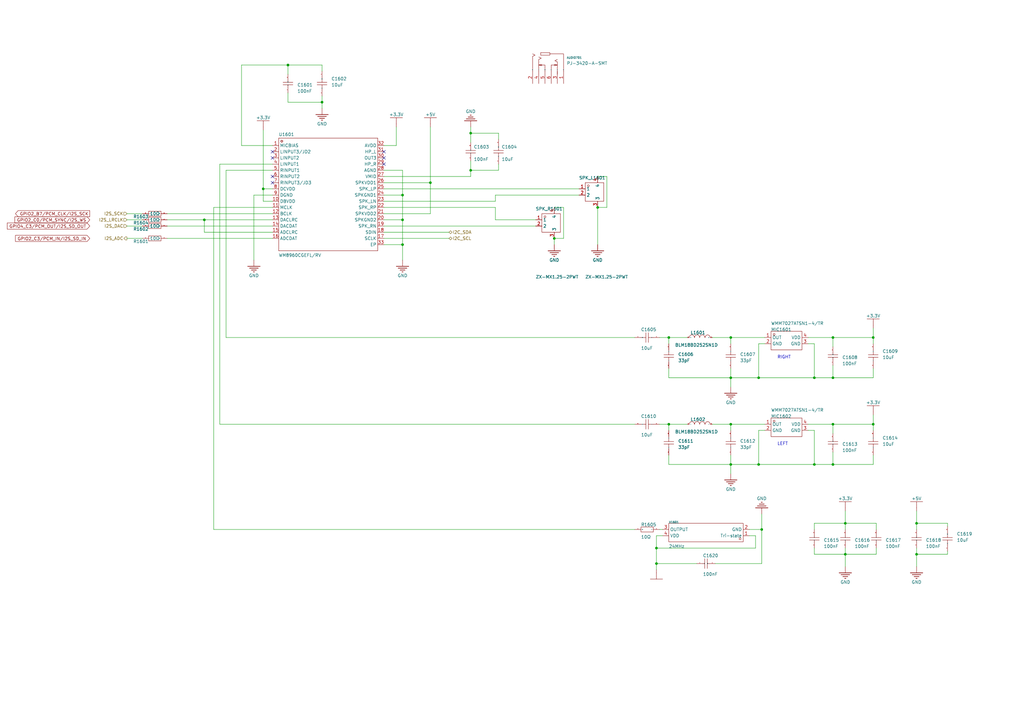
<source format=kicad_sch>
(kicad_sch (version 20250114) (generator "eeschema") (generator_version "9.0")
  (paper "A3")
  (title_block (date "2025-02-21"))
  (lib_symbols
    (symbol "mainboard:0402B104K250NT"
      (property "Reference" "C" (at 0 0 0))
      (symbol "0402B104K250NT_1_0"
        (pin input line (at -3.81 0 0) (length 2.54) (name "1") (number "1"))
        (pin input line (at 3.81 0 180) (length 2.54) (name "2") (number "2"))
      )
    )
    (symbol "mainboard:0603CG330J500NT"
      (property "Reference" "C" (at 0 0 0))
      (symbol "0603CG330J500NT_1_0"
        (pin unspecified line (at -5.08 0 0) (length 2.54) (name "1") (number "1"))
        (pin unspecified line (at 5.08 0 180) (length 2.54) (name "2") (number "2"))
      )
    )
    (symbol "mainboard:0603WAF100JT5E"
      (property "Reference" "R" (at 0 0 0))
      (symbol "0603WAF100JT5E_1_0"
        (pin input line (at -5.08 0 0) (length 2.54) (name "1") (number "1"))
        (pin input line (at 5.08 0 180) (length 2.54) (name "2") (number "2"))
      )
    )
    (symbol "mainboard:BLM18BD252SN1D"
      (property "Reference" "L" (at 0 0 0))
      (symbol "BLM18BD252SN1D_1_0"
        (pin input line (at -5.08 0 0) (length 0.762) (name "1") (number "1"))
        (pin input line (at 5.08 0 180) (length 0.762) (name "2") (number "2"))
      )
    )
    (symbol "mainboard:CL10A106MA8NRNC"
      (property "Reference" "C" (at 0 0 0))
      (symbol "CL10A106MA8NRNC_1_0"
        (pin input line (at -5.08 0 0) (length 2.54) (name "1") (number "1"))
        (pin input line (at 5.08 0 180) (length 2.54) (name "2") (number "2"))
      )
    )
    (symbol "mainboard:Ground-GND" (power) (pin_numbers (hide yes)) (pin_names (hide yes))
      (property "Value" "GND" (at 0 -6.35 0))
      (symbol "Ground-GND_1_0"
        (pin power_in line (at 0 0 270) (length 2.54) (name "") (number "1"))
      )
    )
    (symbol "mainboard:OT322524MJBA4SL"
      (property "Reference" "X" (at 0 0 0))
      (symbol "OT322524MJBA4SL_1_0"
        (pin input line (at -17.78 1.27 0) (length 2.54) (name "Tri-state") (number "1"))
        (pin input line (at -17.78 -1.27 0) (length 2.54) (name "GND") (number "2"))
        (pin input line (at 17.78 1.27 180) (length 2.54) (name "VDD") (number "4"))
        (pin input line (at 17.78 -1.27 180) (length 2.54) (name "OUTPUT") (number "3"))
      )
    )
    (symbol "mainboard:PJ-3537-X"
      (property "Reference" "AUDIO" (at 0 0 0))
      (symbol "PJ-3537-X_1_0"
        (pin input line (at 5.08 7.62 180) (length 5.08) (name "1") (number "1"))
        (pin input line (at 5.08 5.08 180) (length 5.08) (name "3") (number "3"))
        (pin input line (at 5.08 2.54 180) (length 5.08) (name "6") (number "6"))
        (pin input line (at 5.08 0 180) (length 5.08) (name "5") (number "5"))
        (pin input line (at 5.08 -2.54 180) (length 5.08) (name "4") (number "4"))
        (pin input line (at 5.08 -5.08 180) (length 5.08) (name "2") (number "2"))
      )
    )
    (symbol "mainboard:Power-5V" (power) (pin_numbers (hide yes)) (pin_names (hide yes))
      (symbol "Power-5V_1_0"
        (pin power_in line (at 0 0 90) (length 1.27) (name "") (number "1"))
      )
    )
    (symbol "mainboard:WM8960CGEFL/RV"
      (property "Reference" "U" (at 0 0 0))
      (symbol "WM8960CGEFL/RV_1_0"
        (pin unspecified line (at -22.86 19.05 0) (length 2.54) (name "MICBIAS") (number "1"))
        (pin unspecified line (at -22.86 16.51 0) (length 2.54) (name "LINPUT3/JD2") (number "2"))
        (pin unspecified line (at -22.86 13.97 0) (length 2.54) (name "LINPUT2") (number "3"))
        (pin unspecified line (at -22.86 11.43 0) (length 2.54) (name "LINPUT1") (number "4"))
        (pin unspecified line (at -22.86 8.89 0) (length 2.54) (name "RINPUT1") (number "5"))
        (pin unspecified line (at -22.86 6.35 0) (length 2.54) (name "RINPUT2") (number "6"))
        (pin unspecified line (at -22.86 3.81 0) (length 2.54) (name "RINPUT3/JD3") (number "7"))
        (pin unspecified line (at -22.86 1.27 0) (length 2.54) (name "DCVDD") (number "8"))
        (pin unspecified line (at -22.86 -1.27 0) (length 2.54) (name "DGND") (number "9"))
        (pin unspecified line (at -22.86 -3.81 0) (length 2.54) (name "DBVDD") (number "10"))
        (pin unspecified line (at -22.86 -6.35 0) (length 2.54) (name "MCLK") (number "11"))
        (pin unspecified line (at -22.86 -8.89 0) (length 2.54) (name "BCLK") (number "12"))
        (pin unspecified line (at -22.86 -11.43 0) (length 2.54) (name "DACLRC") (number "13"))
        (pin unspecified line (at -22.86 -13.97 0) (length 2.54) (name "DACDAT") (number "14"))
        (pin unspecified line (at -22.86 -16.51 0) (length 2.54) (name "ADCLRC") (number "15"))
        (pin unspecified line (at -22.86 -19.05 0) (length 2.54) (name "ADCDAT") (number "16"))
        (pin unspecified line (at 22.86 19.05 180) (length 2.54) (name "AVDD") (number "32"))
        (pin unspecified line (at 22.86 16.51 180) (length 2.54) (name "HP_L") (number "31"))
        (pin unspecified line (at 22.86 13.97 180) (length 2.54) (name "OUT3") (number "30"))
        (pin unspecified line (at 22.86 11.43 180) (length 2.54) (name "HP_R") (number "29"))
        (pin unspecified line (at 22.86 8.89 180) (length 2.54) (name "AGND") (number "28"))
        (pin unspecified line (at 22.86 6.35 180) (length 2.54) (name "VMID") (number "27"))
        (pin unspecified line (at 22.86 3.81 180) (length 2.54) (name "SPKVDD1") (number "26"))
        (pin unspecified line (at 22.86 1.27 180) (length 2.54) (name "SPK_LP") (number "25"))
        (pin unspecified line (at 22.86 -1.27 180) (length 2.54) (name "SPKGND1") (number "24"))
        (pin unspecified line (at 22.86 -3.81 180) (length 2.54) (name "SPK_LN") (number "23"))
        (pin unspecified line (at 22.86 -6.35 180) (length 2.54) (name "SPK_RP") (number "22"))
        (pin unspecified line (at 22.86 -8.89 180) (length 2.54) (name "SPKVDD2") (number "21"))
        (pin unspecified line (at 22.86 -11.43 180) (length 2.54) (name "SPKGND2") (number "20"))
        (pin unspecified line (at 22.86 -13.97 180) (length 2.54) (name "SPK_RN") (number "19"))
        (pin unspecified line (at 22.86 -16.51 180) (length 2.54) (name "SDIN") (number "18"))
        (pin unspecified line (at 22.86 -19.05 180) (length 2.54) (name "SCLK") (number "17"))
        (pin unspecified line (at 22.86 -21.59 180) (length 2.54) (name "EP") (number "33"))
      )
    )
    (symbol "mainboard:WMM7027ATSN1-4/TR"
      (property "Reference" "MIC" (at 0 0 0))
      (symbol "WMM7027ATSN1-4/TR_1_0"
        (pin unspecified line (at -8.89 1.27 0) (length 2.54) (name "OUT") (number "1"))
        (pin unspecified line (at -8.89 -1.27 0) (length 2.54) (name "GND") (number "2"))
        (pin unspecified line (at 8.89 1.27 180) (length 2.54) (name "VDD") (number "4"))
        (pin unspecified line (at 8.89 -1.27 180) (length 2.54) (name "GND") (number "3"))
      )
    )
    (symbol "mainboard:ZX-MX1.25-2PWT"
      (property "Reference" "U" (at 0 0 0))
      (symbol "ZX-MX1.25-2PWT_1_0"
        (pin unspecified line (at -5.08 2.54 0) (length 2.54) (name "1") (number "1"))
        (pin unspecified line (at -5.08 0 0) (length 2.54) (name "2") (number "2"))
        (pin unspecified line (at 2.54 7.62 270) (length 2.54) (name "4") (number "4"))
        (pin unspecified line (at 2.54 -5.08 90) (length 2.54) (name "3") (number "3"))
      )
    )
  )
  (text "RIGHT" (at 318.77 147.32 0) (effects (font (size 1.27 1.27)) (justify left bottom)))
  (text "LEFT" (at 318.77 182.88 0) (effects (font (size 1.27 1.27)) (justify left bottom)))
  (junction (at 312.42 217.17))
  (junction (at 358.14 138.43))
  (junction (at 227.33 97.79))
  (junction (at 299.72 173.99))
  (junction (at 176.53 74.93))
  (junction (at 334.01 154.94))
  (junction (at 341.63 138.43))
  (junction (at 83.82 90.17))
  (junction (at 311.15 190.5))
  (junction (at 375.92 227.33))
  (junction (at 341.63 154.94))
  (junction (at 375.92 214.63))
  (junction (at 193.04 54.61))
  (junction (at 341.63 190.5))
  (junction (at 299.72 154.94))
  (junction (at 118.11 26.67))
  (junction (at 269.24 231.14))
  (junction (at 193.04 69.85))
  (junction (at 299.72 138.43))
  (junction (at 274.32 138.43))
  (junction (at 358.14 173.99))
  (junction (at 269.24 224.79))
  (junction (at 165.1 90.17))
  (junction (at 107.95 77.47))
  (junction (at 274.32 173.99))
  (junction (at 311.15 154.94))
  (junction (at 299.72 190.5))
  (junction (at 346.71 214.63))
  (junction (at 132.08 41.91))
  (junction (at 334.01 190.5))
  (junction (at 341.63 173.99))
  (junction (at 165.1 80.01))
  (junction (at 165.1 100.33))
  (junction (at 245.11 85.09))
  (junction (at 346.71 227.33))
  (no_connect (at 157.48 62.23))
  (no_connect (at 157.48 67.31))
  (no_connect (at 157.48 64.77))
  (no_connect (at 111.76 72.39))
  (no_connect (at 111.76 62.23))
  (no_connect (at 111.76 64.77))
  (no_connect (at 111.76 74.93))
  (wire (pts (xy 375.92 224.79) (xy 375.92 227.33)))
  (wire (pts (xy 107.95 53.34) (xy 107.95 77.47)))
  (wire (pts (xy 270.51 138.43) (xy 274.32 138.43)))
  (wire (pts (xy 274.32 186.69) (xy 274.32 190.5)))
  (wire (pts (xy 99.06 26.67) (xy 99.06 59.69)))
  (wire (pts (xy 358.14 138.43) (xy 341.63 138.43)))
  (wire (pts (xy 83.82 90.17) (xy 83.82 95.25)))
  (wire (pts (xy 358.14 176.53) (xy 358.14 173.99)))
  (wire (pts (xy 118.11 26.67) (xy 99.06 26.67)))
  (wire (pts (xy 341.63 190.5) (xy 334.01 190.5)))
  (wire (pts (xy 270.51 173.99) (xy 274.32 173.99)))
  (wire (pts (xy 132.08 39.37) (xy 132.08 41.91)))
  (wire (pts (xy 341.63 138.43) (xy 341.63 142.24)))
  (wire (pts (xy 312.42 210.82) (xy 312.42 217.17)))
  (wire (pts (xy 358.14 154.94) (xy 358.14 151.13)))
  (wire (pts (xy 346.71 227.33) (xy 346.71 224.79)))
  (wire (pts (xy 269.24 224.79) (xy 309.88 224.79)))
  (wire (pts (xy 375.92 209.55) (xy 375.92 214.63)))
  (wire (pts (xy 358.14 138.43) (xy 358.14 134.62)))
  (wire (pts (xy 111.76 59.69) (xy 99.06 59.69)))
  (wire (pts (xy 90.17 173.99) (xy 260.35 173.99)))
  (wire (pts (xy 358.14 140.97) (xy 358.14 138.43)))
  (wire (pts (xy 299.72 173.99) (xy 292.1 173.99)))
  (wire (pts (xy 231.14 85.09) (xy 227.33 85.09)))
  (wire (pts (xy 313.69 176.53) (xy 311.15 176.53)))
  (wire (pts (xy 162.56 52.07) (xy 162.56 59.69)))
  (wire (pts (xy 204.47 57.15) (xy 204.47 54.61)))
  (wire (pts (xy 245.11 85.09) (xy 248.92 85.09)))
  (wire (pts (xy 193.04 69.85) (xy 193.04 66.04)))
  (wire (pts (xy 341.63 154.94) (xy 358.14 154.94)))
  (wire (pts (xy 165.1 80.01) (xy 165.1 69.85)))
  (wire (pts (xy 334.01 176.53) (xy 334.01 190.5)))
  (wire (pts (xy 111.76 67.31) (xy 90.17 67.31)))
  (wire (pts (xy 269.24 224.79) (xy 269.24 219.71)))
  (wire (pts (xy 203.2 80.01) (xy 203.2 82.55)))
  (wire (pts (xy 219.71 90.17) (xy 203.2 90.17)))
  (wire (pts (xy 312.42 217.17) (xy 312.42 231.14)))
  (wire (pts (xy 299.72 173.99) (xy 299.72 176.53)))
  (wire (pts (xy 176.53 74.93) (xy 176.53 87.63)))
  (wire (pts (xy 359.41 224.79) (xy 359.41 227.33)))
  (wire (pts (xy 68.58 87.63) (xy 111.76 87.63)))
  (wire (pts (xy 299.72 190.5) (xy 299.72 186.69)))
  (wire (pts (xy 388.62 226.06) (xy 388.62 227.33)))
  (wire (pts (xy 334.01 154.94) (xy 334.01 140.97)))
  (wire (pts (xy 68.58 92.71) (xy 111.76 92.71)))
  (wire (pts (xy 281.94 173.99) (xy 274.32 173.99)))
  (wire (pts (xy 52.07 90.17) (xy 58.42 90.17)))
  (wire (pts (xy 176.53 74.93) (xy 176.53 52.07)))
  (wire (pts (xy 157.48 80.01) (xy 165.1 80.01)))
  (wire (pts (xy 237.49 80.01) (xy 203.2 80.01)))
  (wire (pts (xy 346.71 217.17) (xy 346.71 214.63)))
  (wire (pts (xy 157.48 74.93) (xy 176.53 74.93)))
  (wire (pts (xy 311.15 154.94) (xy 311.15 140.97)))
  (wire (pts (xy 193.04 72.39) (xy 193.04 69.85)))
  (wire (pts (xy 92.71 138.43) (xy 92.71 69.85)))
  (wire (pts (xy 204.47 67.31) (xy 204.47 69.85)))
  (wire (pts (xy 388.62 214.63) (xy 375.92 214.63)))
  (wire (pts (xy 157.48 90.17) (xy 165.1 90.17)))
  (wire (pts (xy 107.95 82.55) (xy 111.76 82.55)))
  (wire (pts (xy 358.14 173.99) (xy 341.63 173.99)))
  (wire (pts (xy 269.24 233.68) (xy 269.24 231.14)))
  (wire (pts (xy 219.71 92.71) (xy 157.48 92.71)))
  (wire (pts (xy 285.75 231.14) (xy 269.24 231.14)))
  (wire (pts (xy 375.92 232.41) (xy 375.92 227.33)))
  (wire (pts (xy 162.56 59.69) (xy 157.48 59.69)))
  (wire (pts (xy 52.07 97.79) (xy 58.42 97.79)))
  (wire (pts (xy 299.72 154.94) (xy 299.72 151.13)))
  (wire (pts (xy 111.76 80.01) (xy 104.14 80.01)))
  (wire (pts (xy 375.92 227.33) (xy 388.62 227.33)))
  (wire (pts (xy 203.2 85.09) (xy 203.2 90.17)))
  (wire (pts (xy 331.47 176.53) (xy 334.01 176.53)))
  (wire (pts (xy 107.95 77.47) (xy 107.95 82.55)))
  (wire (pts (xy 204.47 54.61) (xy 193.04 54.61)))
  (wire (pts (xy 157.48 95.25) (xy 184.15 95.25)))
  (wire (pts (xy 118.11 41.91) (xy 118.11 38.1)))
  (wire (pts (xy 299.72 138.43) (xy 292.1 138.43)))
  (wire (pts (xy 193.04 72.39) (xy 157.48 72.39)))
  (wire (pts (xy 231.14 85.09) (xy 231.14 97.79)))
  (wire (pts (xy 334.01 224.79) (xy 334.01 227.33)))
  (wire (pts (xy 87.63 85.09) (xy 111.76 85.09)))
  (wire (pts (xy 341.63 173.99) (xy 341.63 177.8)))
  (wire (pts (xy 132.08 26.67) (xy 118.11 26.67)))
  (wire (pts (xy 358.14 186.69) (xy 358.14 190.5)))
  (wire (pts (xy 341.63 154.94) (xy 334.01 154.94)))
  (wire (pts (xy 248.92 85.09) (xy 248.92 72.39)))
  (wire (pts (xy 90.17 67.31) (xy 90.17 173.99)))
  (wire (pts (xy 299.72 154.94) (xy 311.15 154.94)))
  (wire (pts (xy 193.04 58.42) (xy 193.04 54.61)))
  (wire (pts (xy 341.63 154.94) (xy 341.63 149.86)))
  (wire (pts (xy 176.53 87.63) (xy 157.48 87.63)))
  (wire (pts (xy 165.1 100.33) (xy 165.1 106.68)))
  (wire (pts (xy 274.32 138.43) (xy 281.94 138.43)))
  (wire (pts (xy 358.14 173.99) (xy 358.14 170.18)))
  (wire (pts (xy 92.71 138.43) (xy 260.35 138.43)))
  (wire (pts (xy 132.08 41.91) (xy 132.08 44.45)))
  (wire (pts (xy 299.72 158.75) (xy 299.72 154.94)))
  (wire (pts (xy 104.14 80.01) (xy 104.14 106.68)))
  (wire (pts (xy 237.49 77.47) (xy 157.48 77.47)))
  (wire (pts (xy 309.88 219.71) (xy 307.34 219.71)))
  (wire (pts (xy 68.58 97.79) (xy 111.76 97.79)))
  (wire (pts (xy 309.88 224.79) (xy 309.88 219.71)))
  (wire (pts (xy 271.78 217.17) (xy 270.51 217.17)))
  (wire (pts (xy 346.71 214.63) (xy 346.71 209.55)))
  (wire (pts (xy 313.69 138.43) (xy 299.72 138.43)))
  (wire (pts (xy 346.71 232.41) (xy 346.71 227.33)))
  (wire (pts (xy 204.47 69.85) (xy 193.04 69.85)))
  (wire (pts (xy 87.63 217.17) (xy 87.63 85.09)))
  (wire (pts (xy 227.33 97.79) (xy 231.14 97.79)))
  (wire (pts (xy 165.1 90.17) (xy 165.1 100.33)))
  (wire (pts (xy 203.2 85.09) (xy 157.48 85.09)))
  (wire (pts (xy 248.92 72.39) (xy 245.11 72.39)))
  (wire (pts (xy 157.48 100.33) (xy 165.1 100.33)))
  (wire (pts (xy 311.15 190.5) (xy 299.72 190.5)))
  (wire (pts (xy 274.32 190.5) (xy 299.72 190.5)))
  (wire (pts (xy 299.72 138.43) (xy 299.72 140.97)))
  (wire (pts (xy 334.01 190.5) (xy 311.15 190.5)))
  (wire (pts (xy 334.01 217.17) (xy 334.01 214.63)))
  (wire (pts (xy 132.08 26.67) (xy 132.08 29.21)))
  (wire (pts (xy 83.82 95.25) (xy 111.76 95.25)))
  (wire (pts (xy 227.33 97.79) (xy 227.33 100.33)))
  (wire (pts (xy 359.41 217.17) (xy 359.41 214.63)))
  (wire (pts (xy 52.07 87.63) (xy 58.42 87.63)))
  (wire (pts (xy 341.63 173.99) (xy 331.47 173.99)))
  (wire (pts (xy 293.37 231.14) (xy 312.42 231.14)))
  (wire (pts (xy 299.72 190.5) (xy 299.72 194.31)))
  (wire (pts (xy 118.11 26.67) (xy 118.11 30.48)))
  (wire (pts (xy 203.2 82.55) (xy 157.48 82.55)))
  (wire (pts (xy 311.15 140.97) (xy 313.69 140.97)))
  (wire (pts (xy 274.32 173.99) (xy 274.32 176.53)))
  (wire (pts (xy 271.78 219.71) (xy 269.24 219.71)))
  (wire (pts (xy 157.48 97.79) (xy 184.15 97.79)))
  (wire (pts (xy 83.82 90.17) (xy 111.76 90.17)))
  (wire (pts (xy 311.15 154.94) (xy 334.01 154.94)))
  (wire (pts (xy 359.41 214.63) (xy 346.71 214.63)))
  (wire (pts (xy 334.01 214.63) (xy 346.71 214.63)))
  (wire (pts (xy 313.69 173.99) (xy 299.72 173.99)))
  (wire (pts (xy 311.15 176.53) (xy 311.15 190.5)))
  (wire (pts (xy 260.35 217.17) (xy 87.63 217.17)))
  (wire (pts (xy 165.1 80.01) (xy 165.1 90.17)))
  (wire (pts (xy 165.1 69.85) (xy 157.48 69.85)))
  (wire (pts (xy 111.76 77.47) (xy 107.95 77.47)))
  (wire (pts (xy 331.47 140.97) (xy 334.01 140.97)))
  (wire (pts (xy 269.24 231.14) (xy 269.24 224.79)))
  (wire (pts (xy 111.76 69.85) (xy 92.71 69.85)))
  (wire (pts (xy 274.32 154.94) (xy 299.72 154.94)))
  (wire (pts (xy 358.14 190.5) (xy 341.63 190.5)))
  (wire (pts (xy 274.32 154.94) (xy 274.32 151.13)))
  (wire (pts (xy 341.63 185.42) (xy 341.63 190.5)))
  (wire (pts (xy 334.01 227.33) (xy 346.71 227.33)))
  (wire (pts (xy 68.58 90.17) (xy 83.82 90.17)))
  (wire (pts (xy 341.63 138.43) (xy 331.47 138.43)))
  (wire (pts (xy 132.08 41.91) (xy 118.11 41.91)))
  (wire (pts (xy 388.62 215.9) (xy 388.62 214.63)))
  (wire (pts (xy 312.42 217.17) (xy 307.34 217.17)))
  (wire (pts (xy 245.11 85.09) (xy 245.11 100.33)))
  (wire (pts (xy 274.32 140.97) (xy 274.32 138.43)))
  (wire (pts (xy 375.92 214.63) (xy 375.92 217.17)))
  (wire (pts (xy 52.07 92.71) (xy 58.42 92.71)))
  (wire (pts (xy 193.04 54.61) (xy 193.04 52.07)))
  (wire (pts (xy 359.41 227.33) (xy 346.71 227.33)))
  (global_label "GPIO2_B7/PCM_CLK/I2S_SCK" (shape output) (at 36.83 87.63 180) (property "Intersheetrefs" "${INTERSHEET_REFS}" (effects (hide yes))))
  (global_label "GPIO2_C0/PCM_SYNC/I2S_WS" (shape input) (at 36.83 90.17 180) (property "Intersheetrefs" "${INTERSHEET_REFS}" (effects (hide yes))))
  (global_label "GPIO2_C3/PCM_IN/I2S_SD_IN" (shape input) (at 36.83 97.79 180) (property "Intersheetrefs" "${INTERSHEET_REFS}" (effects (hide yes))))
  (global_label "GPIO4_C3/PCM_OUT/I2S_SD_OUT" (shape input) (at 36.83 92.71 180) (property "Intersheetrefs" "${INTERSHEET_REFS}" (effects (hide yes))))
  (hierarchical_label "I2S_LRCLK" (shape input) (at 52.07 90.17 180))
  (hierarchical_label "I2S_ADC" (shape output) (at 52.07 97.79 180))
  (hierarchical_label "I2C_SDA" (shape bidirectional) (at 184.15 95.25 0))
  (hierarchical_label "I2C_SCL" (shape bidirectional) (at 184.15 97.79 0))
  (hierarchical_label "I2S_DAC" (shape input) (at 52.07 92.71 180))
  (hierarchical_label "I2S_SCK" (shape input) (at 52.07 87.63 180))
  (symbol (lib_id "mainboard:0402B104K250NT") (at 341.63 146.05 90) (unit 1)
    (property "Reference" "C1608" (at 345.44 147.32 90) (effects (justify right top)))
    (property "Value" "100nF" (at 345.44 149.86 90) (effects (justify right top)))
    (property "Footprint" "mainboard:C0402" (effects (hide yes)))
    (property "Datasheet" "https://atta.szlcsc.com/upload/public/pdf/source/20200305/C486355_26A10D38EF8C2A5C37091D0039909270.pdf" (effects (hide yes)))
    (property "Description" "Capacitance:100nF Tolerance:±10% Tolerance:±10% Voltage Rated: Temperature Coefficient:" (effects (hide yes)))
    (property "Manufacturer Part" "0402B104K250NT" (effects (hide yes)))
    (property "Manufacturer" "FH(风华)" (effects (hide yes)))
    (property "Supplier Part" "C56392" (effects (hide yes)))
    (property "Supplier" "LCSC" (effects (hide yes)))
    (property "LCSC Part Name" "100nF ±10% 25V" (effects (hide yes)))
  )
  (symbol (lib_id "mainboard:BLM18BD252SN1D") (at 287.02 138.43 0) (unit 1)
    (property "Reference" "L1601" (at 283.21 137.16 0) (effects (justify left bottom)))
    (property "Value" "BLM18BD252SN1D" (at 276.86 142.24 0) (effects (justify left bottom)))
    (property "Footprint" "mainboard:L0603" (effects (hide yes)))
    (property "Datasheet" "https://atta.szlcsc.com/upload/public/pdf/source/20170721/C87063_1500619398878834175.pdf" (effects (hide yes)))
    (property "Description" "Impedance @ Frequency:2.5kΩ@100MHz Tolerance:±25% Tolerance:±25% DC Resistance:1.5Ω Current Rating:150mA Circuits:1" (effects (hide yes)))
    (property "Manufacturer Part" "BLM18BD252SN1D" (effects (hide yes)))
    (property "Manufacturer" "muRata(村田)" (effects (hide yes)))
    (property "Supplier Part" "C77668" (effects (hide yes)))
    (property "Supplier" "LCSC" (effects (hide yes)))
    (property "LCSC Part Name" "单路 0603磁珠 阻抗2.5kΩ@100MHz" (effects (hide yes)))
  )
  (symbol (lib_id "mainboard:0402B104K250NT") (at 346.71 220.98 90) (unit 1)
    (property "Reference" "C1616" (at 350.52 222.25 90) (effects (justify right top)))
    (property "Value" "100nF" (at 350.52 224.79 90) (effects (justify right top)))
    (property "Footprint" "mainboard:C0402" (effects (hide yes)))
    (property "Datasheet" "https://atta.szlcsc.com/upload/public/pdf/source/20200305/C486355_26A10D38EF8C2A5C37091D0039909270.pdf" (effects (hide yes)))
    (property "Description" "Capacitance:100nF Tolerance:±10% Tolerance:±10% Voltage Rated: Temperature Coefficient:" (effects (hide yes)))
    (property "Manufacturer Part" "0402B104K250NT" (effects (hide yes)))
    (property "Manufacturer" "FH(风华)" (effects (hide yes)))
    (property "Supplier Part" "C56392" (effects (hide yes)))
    (property "Supplier" "LCSC" (effects (hide yes)))
    (property "LCSC Part Name" "100nF ±10% 25V" (effects (hide yes)))
  )
  (symbol (lib_id "mainboard:Power-5V") (at 269.24 233.68 180) (unit 1)
    (property "Reference" "#PWR01619" (effects (hide yes)))
    (property "Value" "+3.3V" (effects (hide yes)))
    (property "Footprint" "mainboard:" (effects (hide yes)))
    (property "Description" "Power-5V" (effects (hide yes)))
  )
  (symbol (lib_id "mainboard:CL10A106MA8NRNC") (at 388.62 220.98 90) (unit 1)
    (property "Reference" "C1619" (at 392.43 219.71 90) (effects (justify right top)))
    (property "Value" "10uF" (at 392.43 222.25 90) (effects (justify right top)))
    (property "Footprint" "mainboard:C0603" (effects (hide yes)))
    (property "Datasheet" "https://atta.szlcsc.com/upload/public/pdf/source/20160218/1457707763339.pdf" (effects (hide yes)))
    (property "Description" "Capacitance: Tolerance:±20% Tolerance:±20% Voltage Rated: Temperature Coefficient:" (effects (hide yes)))
    (property "Manufacturer Part" "CL10A106MA8NRNC" (effects (hide yes)))
    (property "Manufacturer" "SAMSUNG(三星)" (effects (hide yes)))
    (property "Supplier Part" "C96446" (effects (hide yes)))
    (property "Supplier" "LCSC" (effects (hide yes)))
    (property "LCSC Part Name" "10uF ±20% 25V" (effects (hide yes)))
  )
  (symbol (lib_id "mainboard:PJ-3537-X") (at 223.52 29.21 270) (unit 1)
    (property "Reference" "AUDIO701" (at 232.41 24.13 90) (effects (font (size 0.8382 0.8382)) (justify left bottom)))
    (property "Value" "PJ-3420-A-SMT" (at 232.41 26.67 90) (effects (justify left bottom)))
    (property "Footprint" "mainboard:AUDIO-SMD_PJ-3420-A-SMT_C319102" (effects (hide yes)))
    (property "Datasheet" "https://atta.szlcsc.com/upload/public/pdf/source/20211015/FA11597DF53DC331FB6A72D64BA50234.pdf" (effects (hide yes)))
    (property "Description" "Connector Type:3.5mm耳机座 Current Rating (Max):500mA Voltage Rating (Max):30V Operating Temperature Range:-20°C~+70°C Operating Temperature Range:-20°C~+70°C Soldering Temperature(Max):235°C" (effects (hide yes)))
    (property "Manufacturer Part" "PJ-3420-A-SMT" (effects (hide yes)))
    (property "Manufacturer" "XKB Connectivity(中国星坤)" (effects (hide yes)))
    (property "Supplier Part" "C319102" (effects (hide yes)))
    (property "Supplier" "LCSC" (effects (hide yes)))
    (property "LCSC Part Name" "3.5mm耳机座" (effects (hide yes)))
  )
  (symbol (lib_id "mainboard:0603CG330J500NT") (at 274.32 146.05 90) (unit 1)
    (property "Reference" "C1606" (at 278.13 146.05 90) (effects (justify right top)))
    (property "Value" "33pF" (at 278.13 148.59 90) (effects (justify right top)))
    (property "Footprint" "mainboard:C0603" (effects (hide yes)))
    (property "Datasheet" "https://atta.szlcsc.com/upload/public/pdf/source/20200305/C486355_26A10D38EF8C2A5C37091D0039909270.pdf" (effects (hide yes)))
    (property "Description" "Capacitance: Tolerance:±5% Tolerance:±5% Voltage Rated: Temperature Coefficient:" (effects (hide yes)))
    (property "Manufacturer Part" "0603CG330J500NT" (effects (hide yes)))
    (property "Manufacturer" "FH(风华)" (effects (hide yes)))
    (property "Supplier Part" "C91368" (effects (hide yes)))
    (property "Supplier" "LCSC" (effects (hide yes)))
    (property "LCSC Part Name" "33pF ±5% 50V" (effects (hide yes)))
  )
  (symbol (lib_id "mainboard:Power-5V") (at 346.71 209.55 0) (unit 1)
    (property "Reference" "#PWR01614" (effects (hide yes)))
    (property "Value" "+3.3V" (at 346.71 204.47 0))
    (property "Footprint" "mainboard:" (effects (hide yes)))
    (property "Description" "Power-5V" (effects (hide yes)))
  )
  (symbol (lib_id "mainboard:Ground-GND") (at 299.72 158.75 0) (unit 1)
    (property "Reference" "#PWR01611" (effects (hide yes)))
    (property "Value" "GND" (at 299.72 165.1 0))
    (property "Footprint" "mainboard:" (effects (hide yes)))
  )
  (symbol (lib_id "mainboard:0603WAF100JT5E") (at 265.43 217.17 180) (unit 1)
    (property "Reference" "R1605" (at 262.89 215.9 0) (effects (justify right top)))
    (property "Value" "10Ω" (at 262.89 220.98 0) (effects (justify right top)))
    (property "Footprint" "mainboard:R0603" (effects (hide yes)))
    (property "Datasheet" "https://atta.szlcsc.com/upload/public/pdf/source/20200306/C422600_1E6D84923E4A46A82E41ADD87F860B5C.pdf" (effects (hide yes)))
    (property "Description" "Type:Thick Film Resistors Resistance:10Ω Tolerance:±1% Tolerance:±1% Power(Watts): Overload Voltage (Max): Temperature Coefficient:±400ppm/°C Temperature Coefficient:±400ppm/°C Operating Temperature Range:-55°C~+155°C Operating Temperature Range:-55°C~+155°C" (effects (hide yes)))
    (property "Manufacturer Part" "0603WAF100JT5E" (effects (hide yes)))
    (property "Manufacturer" "UNI-ROYAL(厚声)" (effects (hide yes)))
    (property "Supplier Part" "C22859" (effects (hide yes)))
    (property "Supplier" "LCSC" (effects (hide yes)))
    (property "LCSC Part Name" "10Ω ±1% 100mW 厚膜电阻" (effects (hide yes)))
  )
  (symbol (lib_id "mainboard:Power-5V") (at 358.14 134.62 0) (unit 1)
    (property "Reference" "#PWR01610" (effects (hide yes)))
    (property "Value" "+3.3V" (at 358.14 129.54 0))
    (property "Footprint" "mainboard:" (effects (hide yes)))
    (property "Description" "Power-5V" (effects (hide yes)))
  )
  (symbol (lib_id "mainboard:Ground-GND") (at 165.1 106.68 0) (unit 1)
    (property "Reference" "#PWR01609" (effects (hide yes)))
    (property "Value" "GND" (at 165.1 113.03 0))
    (property "Footprint" "mainboard:" (effects (hide yes)))
  )
  (symbol (lib_id "mainboard:ZX-MX1.25-2PWT") (at 224.79 92.71 0) (unit 1)
    (property "Reference" "SPK_R1601" (at 219.71 86.36 0) (effects (justify left bottom)))
    (property "Value" "ZX-MX1.25-2PWT" (at 219.71 114.3 0) (effects (justify left bottom)))
    (property "Footprint" "mainboard:CONN-SMD_2P-P1.25_MEGASTAR_ZX-MX1.25-2PWT" (effects (hide yes)))
    (property "Datasheet" "https://atta.szlcsc.com/upload/public/pdf/source/20230619/2BD294665F872DB10EDB44FDEDF5F6D3.pdf" (effects (hide yes)))
    (property "Description" "Pins Structure:1x2P Pitch:1.25mm Mounting Style:Horizontal attachment Reference Series:PicoBlade(MX 1.25) Number of Pins:2P Number of Rows:1 Number of PINs Per Row:2 Row Spacing:- Current Rating (Max):- Contact Material:Brass Contact Plating:Tin Operating" (effects (hide yes)))
    (property "Manufacturer Part" "ZX-MX1.25-2PWT" (effects (hide yes)))
    (property "Manufacturer" "Megastar(兆星)" (effects (hide yes)))
    (property "Supplier Part" "C7430468" (effects (hide yes)))
    (property "Supplier" "LCSC" (effects (hide yes)))
    (property "LCSC Part Name" "1x2P 间距:1.25mm 卧贴 系列:PicoBlade(MX 1.25) 配套胶壳型号：ZX-MX1.25-2PJK 配套端子型号：ZX-MX1.25-DZ 配套杜邦线型号：ZX-MX1.25-2PBXC" (effects (hide yes)))
  )
  (symbol (lib_id "mainboard:0603WAF100JT5E") (at 63.5 90.17 0) (unit 1)
    (property "Reference" "R1604" (at 60.96 90.678 0) (effects (justify right top)))
    (property "Value" "10Ω" (at 63.5 90.17 0))
    (property "Footprint" "mainboard:R0603" (effects (hide yes)))
    (property "Datasheet" "https://atta.szlcsc.com/upload/public/pdf/source/20200306/C422600_1E6D84923E4A46A82E41ADD87F860B5C.pdf" (effects (hide yes)))
    (property "Description" "Type:Thick Film Resistors Resistance:10Ω Tolerance:±1% Tolerance:±1% Power(Watts): Overload Voltage (Max): Temperature Coefficient:±400ppm/°C Temperature Coefficient:±400ppm/°C Operating Temperature Range:-55°C~+155°C Operating Temperature Range:-55°C~+155°C" (effects (hide yes)))
    (property "Manufacturer Part" "0603WAF100JT5E" (effects (hide yes)))
    (property "Manufacturer" "UNI-ROYAL(厚声)" (effects (hide yes)))
    (property "Supplier Part" "C22859" (effects (hide yes)))
    (property "Supplier" "LCSC" (effects (hide yes)))
    (property "LCSC Part Name" "10Ω ±1% 100mW 厚膜电阻" (effects (hide yes)))
  )
  (symbol (lib_id "mainboard:Ground-GND") (at 193.04 52.07 180) (unit 1)
    (property "Reference" "#PWR01604" (effects (hide yes)))
    (property "Value" "GND" (at 193.04 45.72 0))
    (property "Footprint" "mainboard:" (effects (hide yes)))
  )
  (symbol (lib_id "mainboard:Ground-GND") (at 312.42 210.82 180) (unit 1)
    (property "Reference" "#PWR01616" (effects (hide yes)))
    (property "Value" "GND" (at 312.42 204.47 0))
    (property "Footprint" "mainboard:" (effects (hide yes)))
  )
  (symbol (lib_id "mainboard:ZX-MX1.25-2PWT") (at 242.57 80.01 0) (unit 1)
    (property "Reference" "SPK_L1601" (at 237.49 73.66 0) (effects (justify left bottom)))
    (property "Value" "ZX-MX1.25-2PWT" (at 240.03 114.3 0) (effects (justify left bottom)))
    (property "Footprint" "mainboard:CONN-SMD_2P-P1.25_MEGASTAR_ZX-MX1.25-2PWT" (effects (hide yes)))
    (property "Datasheet" "https://atta.szlcsc.com/upload/public/pdf/source/20230619/2BD294665F872DB10EDB44FDEDF5F6D3.pdf" (effects (hide yes)))
    (property "Description" "Pins Structure:1x2P Pitch:1.25mm Mounting Style:Horizontal attachment Reference Series:PicoBlade(MX 1.25) Number of Pins:2P Number of Rows:1 Number of PINs Per Row:2 Row Spacing:- Current Rating (Max):- Contact Material:Brass Contact Plating:Tin Operating" (effects (hide yes)))
    (property "Manufacturer Part" "ZX-MX1.25-2PWT" (effects (hide yes)))
    (property "Manufacturer" "Megastar(兆星)" (effects (hide yes)))
    (property "Supplier Part" "C7430468" (effects (hide yes)))
    (property "Supplier" "LCSC" (effects (hide yes)))
    (property "LCSC Part Name" "1x2P 间距:1.25mm 卧贴 系列:PicoBlade(MX 1.25) 配套胶壳型号：ZX-MX1.25-2PJK 配套端子型号：ZX-MX1.25-DZ 配套杜邦线型号：ZX-MX1.25-2PBXC" (effects (hide yes)))
  )
  (symbol (lib_id "mainboard:OT322524MJBA4SL") (at 289.56 218.44 180) (unit 1)
    (property "Reference" "X1601" (at 274.32 214.63 0) (effects (font (size 0.8382 0.8382)) (justify right top)))
    (property "Value" "24MHz" (at 274.32 224.79 0) (effects (justify right top)))
    (property "Footprint" "mainboard:OSC-SMD_4P-L3.2-W2.5-BL-1" (effects (hide yes)))
    (property "Datasheet" "https://atta.szlcsc.com/upload/public/pdf/source/20231227/9362E8D9F653A9B3D1186A242C57BCD4.pdf" (effects (hide yes)))
    (property "Description" "Frequency:24MHz Supply Voltage:1.8V~3.3V Supply Voltage:1.8V~3.3V Frequency Stability(Full temperature range):±10ppm Frequency Stability(Full temperature range):±10ppm Operating Temperature:-40°C~+85°C Operating Temperature:-40°C~+85°C" (effects (hide yes)))
    (property "Manufacturer Part" "OT322524MJBA4SL" (effects (hide yes)))
    (property "Manufacturer" "YXC(扬兴晶振)" (effects (hide yes)))
    (property "Supplier Part" "C717686" (effects (hide yes)))
    (property "Supplier" "LCSC" (effects (hide yes)))
    (property "LCSC Part Name" "24MHz ±10ppm 1.8V~3.3V YSO110TR" (effects (hide yes)))
  )
  (symbol (lib_id "mainboard:WMM7027ATSN1-4/TR") (at 322.58 175.26 0) (unit 1)
    (property "Reference" "MIC1602" (at 316.23 171.45 0) (effects (justify left bottom)))
    (property "Value" "WMM7027ATSN1-4/TR" (at 316.23 168.91 0) (effects (justify left bottom)))
    (property "Footprint" "mainboard:MIC-SMD_4P-L2.8-W1.9-P1.84-TL" (effects (hide yes)))
    (property "Datasheet" "https://atta.szlcsc.com/upload/public/pdf/source/20211220/B18FE8532941C90C48A833B9888FB817.pdf" (effects (hide yes)))
    (property "Description" "Direction:全指向 Supply Voltage:1.5V~3.6V Supply Voltage:1.5V~3.6V Current Consumption:92uA Current Consumption:92uA SNR(Signal to Noise Ratio):59dB Sensitivity:-38dB Sensitivity:-38dB Impedance:300Ω" (effects (hide yes)))
    (property "Manufacturer Part" "WMM7027ATSN1-4/TR" (effects (hide yes)))
    (property "Manufacturer" "WILLSEMI(韦尔)" (effects (hide yes)))
    (property "Supplier Part" "C2931973" (effects (hide yes)))
    (property "Supplier" "LCSC" (effects (hide yes)))
    (property "LCSC Part Name" "WMM7027ATSN1-4/TR" (effects (hide yes)))
  )
  (symbol (lib_id "mainboard:0402B104K250NT") (at 375.92 220.98 90) (unit 1)
    (property "Reference" "C1618" (at 379.73 222.25 90) (effects (justify right top)))
    (property "Value" "100nF" (at 379.73 224.79 90) (effects (justify right top)))
    (property "Footprint" "mainboard:C0402" (effects (hide yes)))
    (property "Datasheet" "https://atta.szlcsc.com/upload/public/pdf/source/20200305/C486355_26A10D38EF8C2A5C37091D0039909270.pdf" (effects (hide yes)))
    (property "Description" "Capacitance:100nF Tolerance:±10% Tolerance:±10% Voltage Rated: Temperature Coefficient:" (effects (hide yes)))
    (property "Manufacturer Part" "0402B104K250NT" (effects (hide yes)))
    (property "Manufacturer" "FH(风华)" (effects (hide yes)))
    (property "Supplier Part" "C56392" (effects (hide yes)))
    (property "Supplier" "LCSC" (effects (hide yes)))
    (property "LCSC Part Name" "100nF ±10% 25V" (effects (hide yes)))
  )
  (symbol (lib_id "mainboard:0402B104K250NT") (at 193.04 62.23 90) (unit 1)
    (property "Reference" "C1603" (at 194.31 60.96 90) (effects (justify right top)))
    (property "Value" "100nF" (at 194.31 66.04 90) (effects (justify right top)))
    (property "Footprint" "mainboard:C0402" (effects (hide yes)))
    (property "Datasheet" "https://atta.szlcsc.com/upload/public/pdf/source/20200305/C486355_26A10D38EF8C2A5C37091D0039909270.pdf" (effects (hide yes)))
    (property "Description" "Capacitance:100nF Tolerance:±10% Tolerance:±10% Voltage Rated: Temperature Coefficient:" (effects (hide yes)))
    (property "Manufacturer Part" "0402B104K250NT" (effects (hide yes)))
    (property "Manufacturer" "FH(风华)" (effects (hide yes)))
    (property "Supplier Part" "C56392" (effects (hide yes)))
    (property "Supplier" "LCSC" (effects (hide yes)))
    (property "LCSC Part Name" "100nF ±10% 25V" (effects (hide yes)))
  )
  (symbol (lib_id "mainboard:CL10A106MA8NRNC") (at 132.08 34.29 90) (unit 1)
    (property "Reference" "C1602" (at 135.89 33.02 90) (effects (justify right top)))
    (property "Value" "10uF" (at 135.89 35.56 90) (effects (justify right top)))
    (property "Footprint" "mainboard:C0603" (effects (hide yes)))
    (property "Datasheet" "https://atta.szlcsc.com/upload/public/pdf/source/20160218/1457707763339.pdf" (effects (hide yes)))
    (property "Description" "Capacitance: Tolerance:±20% Tolerance:±20% Voltage Rated: Temperature Coefficient:" (effects (hide yes)))
    (property "Manufacturer Part" "CL10A106MA8NRNC" (effects (hide yes)))
    (property "Manufacturer" "SAMSUNG(三星)" (effects (hide yes)))
    (property "Supplier Part" "C96446" (effects (hide yes)))
    (property "Supplier" "LCSC" (effects (hide yes)))
    (property "LCSC Part Name" "10uF ±20% 25V" (effects (hide yes)))
  )
  (symbol (lib_id "mainboard:0603CG330J500NT") (at 299.72 181.61 90) (unit 1)
    (property "Reference" "C1612" (at 303.53 181.61 90) (effects (justify right top)))
    (property "Value" "33pF" (at 303.53 184.15 90) (effects (justify right top)))
    (property "Footprint" "mainboard:C0603" (effects (hide yes)))
    (property "Datasheet" "https://atta.szlcsc.com/upload/public/pdf/source/20200305/C486355_26A10D38EF8C2A5C37091D0039909270.pdf" (effects (hide yes)))
    (property "Description" "Capacitance: Tolerance:±5% Tolerance:±5% Voltage Rated: Temperature Coefficient:" (effects (hide yes)))
    (property "Manufacturer Part" "0603CG330J500NT" (effects (hide yes)))
    (property "Manufacturer" "FH(风华)" (effects (hide yes)))
    (property "Supplier Part" "C91368" (effects (hide yes)))
    (property "Supplier" "LCSC" (effects (hide yes)))
    (property "LCSC Part Name" "33pF ±5% 50V" (effects (hide yes)))
  )
  (symbol (lib_id "mainboard:Ground-GND") (at 227.33 100.33 0) (unit 1)
    (property "Reference" "#PWR01606" (effects (hide yes)))
    (property "Value" "GND" (at 227.33 106.68 0))
    (property "Footprint" "mainboard:" (effects (hide yes)))
  )
  (symbol (lib_id "mainboard:Ground-GND") (at 346.71 232.41 0) (unit 1)
    (property "Reference" "#PWR01617" (effects (hide yes)))
    (property "Value" "GND" (at 346.71 238.76 0))
    (property "Footprint" "mainboard:" (effects (hide yes)))
  )
  (symbol (lib_id "mainboard:CL10A106MA8NRNC") (at 358.14 181.61 90) (unit 1)
    (property "Reference" "C1614" (at 361.95 180.34 90) (effects (justify right top)))
    (property "Value" "10uF" (at 361.95 182.88 90) (effects (justify right top)))
    (property "Footprint" "mainboard:C0603" (effects (hide yes)))
    (property "Datasheet" "https://atta.szlcsc.com/upload/public/pdf/source/20160218/1457707763339.pdf" (effects (hide yes)))
    (property "Description" "Capacitance: Tolerance:±20% Tolerance:±20% Voltage Rated: Temperature Coefficient:" (effects (hide yes)))
    (property "Manufacturer Part" "CL10A106MA8NRNC" (effects (hide yes)))
    (property "Manufacturer" "SAMSUNG(三星)" (effects (hide yes)))
    (property "Supplier Part" "C96446" (effects (hide yes)))
    (property "Supplier" "LCSC" (effects (hide yes)))
    (property "LCSC Part Name" "10uF ±20% 25V" (effects (hide yes)))
  )
  (symbol (lib_id "mainboard:Ground-GND") (at 104.14 106.68 0) (unit 1)
    (property "Reference" "#PWR01608" (effects (hide yes)))
    (property "Value" "GND" (at 104.14 113.03 0))
    (property "Footprint" "mainboard:" (effects (hide yes)))
  )
  (symbol (lib_id "mainboard:Power-5V") (at 176.53 52.07 0) (unit 1)
    (property "Reference" "#PWR01603" (effects (hide yes)))
    (property "Value" "+5V" (at 176.53 46.99 0))
    (property "Footprint" "mainboard:" (effects (hide yes)))
    (property "Description" "Power-5V" (effects (hide yes)))
  )
  (symbol (lib_id "mainboard:BLM18BD252SN1D") (at 287.02 173.99 0) (unit 1)
    (property "Reference" "L1602" (at 283.21 172.72 0) (effects (justify left bottom)))
    (property "Value" "BLM18BD252SN1D" (at 276.86 177.8 0) (effects (justify left bottom)))
    (property "Footprint" "mainboard:L0603" (effects (hide yes)))
    (property "Datasheet" "https://atta.szlcsc.com/upload/public/pdf/source/20170721/C87063_1500619398878834175.pdf" (effects (hide yes)))
    (property "Description" "Impedance @ Frequency:2.5kΩ@100MHz Tolerance:±25% Tolerance:±25% DC Resistance:1.5Ω Current Rating:150mA Circuits:1" (effects (hide yes)))
    (property "Manufacturer Part" "BLM18BD252SN1D" (effects (hide yes)))
    (property "Manufacturer" "muRata(村田)" (effects (hide yes)))
    (property "Supplier Part" "C77668" (effects (hide yes)))
    (property "Supplier" "LCSC" (effects (hide yes)))
    (property "LCSC Part Name" "单路 0603磁珠 阻抗2.5kΩ@100MHz" (effects (hide yes)))
  )
  (symbol (lib_id "mainboard:Power-5V") (at 107.95 53.34 0) (unit 1)
    (property "Reference" "#PWR01605" (effects (hide yes)))
    (property "Value" "+3.3V" (at 107.95 48.26 0))
    (property "Footprint" "mainboard:" (effects (hide yes)))
    (property "Description" "Power-5V" (effects (hide yes)))
  )
  (symbol (lib_id "mainboard:0603WAF100JT5E") (at 63.5 92.71 0) (unit 1)
    (property "Reference" "R1602" (at 60.96 93.218 0) (effects (justify right top)))
    (property "Value" "10Ω" (at 63.5 92.71 0))
    (property "Footprint" "mainboard:R0603" (effects (hide yes)))
    (property "Datasheet" "https://atta.szlcsc.com/upload/public/pdf/source/20200306/C422600_1E6D84923E4A46A82E41ADD87F860B5C.pdf" (effects (hide yes)))
    (property "Description" "Type:Thick Film Resistors Resistance:10Ω Tolerance:±1% Tolerance:±1% Power(Watts): Overload Voltage (Max): Temperature Coefficient:±400ppm/°C Temperature Coefficient:±400ppm/°C Operating Temperature Range:-55°C~+155°C Operating Temperature Range:-55°C~+155°C" (effects (hide yes)))
    (property "Manufacturer Part" "0603WAF100JT5E" (effects (hide yes)))
    (property "Manufacturer" "UNI-ROYAL(厚声)" (effects (hide yes)))
    (property "Supplier Part" "C22859" (effects (hide yes)))
    (property "Supplier" "LCSC" (effects (hide yes)))
    (property "LCSC Part Name" "10Ω ±1% 100mW 厚膜电阻" (effects (hide yes)))
  )
  (symbol (lib_id "mainboard:Power-5V") (at 162.56 52.07 0) (unit 1)
    (property "Reference" "#PWR01602" (effects (hide yes)))
    (property "Value" "+3.3V" (at 162.56 46.99 0))
    (property "Footprint" "mainboard:" (effects (hide yes)))
    (property "Description" "Power-5V" (effects (hide yes)))
  )
  (symbol (lib_id "mainboard:0603CG330J500NT") (at 274.32 181.61 90) (unit 1)
    (property "Reference" "C1611" (at 278.13 181.61 90) (effects (justify right top)))
    (property "Value" "33pF" (at 278.13 184.15 90) (effects (justify right top)))
    (property "Footprint" "mainboard:C0603" (effects (hide yes)))
    (property "Datasheet" "https://atta.szlcsc.com/upload/public/pdf/source/20200305/C486355_26A10D38EF8C2A5C37091D0039909270.pdf" (effects (hide yes)))
    (property "Description" "Capacitance: Tolerance:±5% Tolerance:±5% Voltage Rated: Temperature Coefficient:" (effects (hide yes)))
    (property "Manufacturer Part" "0603CG330J500NT" (effects (hide yes)))
    (property "Manufacturer" "FH(风华)" (effects (hide yes)))
    (property "Supplier Part" "C91368" (effects (hide yes)))
    (property "Supplier" "LCSC" (effects (hide yes)))
    (property "LCSC Part Name" "33pF ±5% 50V" (effects (hide yes)))
  )
  (symbol (lib_id "mainboard:Ground-GND") (at 375.92 232.41 0) (unit 1)
    (property "Reference" "#PWR01618" (effects (hide yes)))
    (property "Value" "GND" (at 375.92 238.76 0))
    (property "Footprint" "mainboard:" (effects (hide yes)))
  )
  (symbol (lib_id "mainboard:WMM7027ATSN1-4/TR") (at 322.58 139.7 0) (unit 1)
    (property "Reference" "MIC1601" (at 316.23 135.89 0) (effects (justify left bottom)))
    (property "Value" "WMM7027ATSN1-4/TR" (at 316.23 133.35 0) (effects (justify left bottom)))
    (property "Footprint" "mainboard:MIC-SMD_4P-L2.8-W1.9-P1.84-TL" (effects (hide yes)))
    (property "Datasheet" "https://atta.szlcsc.com/upload/public/pdf/source/20211220/B18FE8532941C90C48A833B9888FB817.pdf" (effects (hide yes)))
    (property "Description" "Direction:全指向 Supply Voltage:1.5V~3.6V Supply Voltage:1.5V~3.6V Current Consumption:92uA Current Consumption:92uA SNR(Signal to Noise Ratio):59dB Sensitivity:-38dB Sensitivity:-38dB Impedance:300Ω" (effects (hide yes)))
    (property "Manufacturer Part" "WMM7027ATSN1-4/TR" (effects (hide yes)))
    (property "Manufacturer" "WILLSEMI(韦尔)" (effects (hide yes)))
    (property "Supplier Part" "C2931973" (effects (hide yes)))
    (property "Supplier" "LCSC" (effects (hide yes)))
    (property "LCSC Part Name" "WMM7027ATSN1-4/TR" (effects (hide yes)))
  )
  (symbol (lib_id "mainboard:CL10A106MA8NRNC") (at 265.43 173.99 180) (unit 1)
    (property "Reference" "C1610" (at 262.89 171.45 0) (effects (justify right top)))
    (property "Value" "10uF" (at 262.89 179.07 0) (effects (justify right top)))
    (property "Footprint" "mainboard:C0603" (effects (hide yes)))
    (property "Datasheet" "https://atta.szlcsc.com/upload/public/pdf/source/20160218/1457707763339.pdf" (effects (hide yes)))
    (property "Description" "Capacitance: Tolerance:±20% Tolerance:±20% Voltage Rated: Temperature Coefficient:" (effects (hide yes)))
    (property "Manufacturer Part" "CL10A106MA8NRNC" (effects (hide yes)))
    (property "Manufacturer" "SAMSUNG(三星)" (effects (hide yes)))
    (property "Supplier Part" "C96446" (effects (hide yes)))
    (property "Supplier" "LCSC" (effects (hide yes)))
    (property "LCSC Part Name" "10uF ±20% 25V" (effects (hide yes)))
  )
  (symbol (lib_id "mainboard:CL10A106MA8NRNC") (at 204.47 62.23 90) (unit 1)
    (property "Reference" "C1604" (at 205.74 60.96 90) (effects (justify right top)))
    (property "Value" "10uF" (at 205.74 66.04 90) (effects (justify right top)))
    (property "Footprint" "mainboard:C0603" (effects (hide yes)))
    (property "Datasheet" "https://atta.szlcsc.com/upload/public/pdf/source/20160218/1457707763339.pdf" (effects (hide yes)))
    (property "Description" "Capacitance: Tolerance:±20% Tolerance:±20% Voltage Rated: Temperature Coefficient:" (effects (hide yes)))
    (property "Manufacturer Part" "CL10A106MA8NRNC" (effects (hide yes)))
    (property "Manufacturer" "SAMSUNG(三星)" (effects (hide yes)))
    (property "Supplier Part" "C96446" (effects (hide yes)))
    (property "Supplier" "LCSC" (effects (hide yes)))
    (property "LCSC Part Name" "10uF ±20% 25V" (effects (hide yes)))
  )
  (symbol (lib_id "mainboard:Ground-GND") (at 132.08 44.45 0) (unit 1)
    (property "Reference" "#PWR01601" (effects (hide yes)))
    (property "Value" "GND" (at 132.08 50.8 0))
    (property "Footprint" "mainboard:" (effects (hide yes)))
  )
  (symbol (lib_id "mainboard:CL10A106MA8NRNC") (at 265.43 138.43 180) (unit 1)
    (property "Reference" "C1605" (at 262.89 135.89 0) (effects (justify right top)))
    (property "Value" "10uF" (at 262.89 143.51 0) (effects (justify right top)))
    (property "Footprint" "mainboard:C0603" (effects (hide yes)))
    (property "Datasheet" "https://atta.szlcsc.com/upload/public/pdf/source/20160218/1457707763339.pdf" (effects (hide yes)))
    (property "Description" "Capacitance: Tolerance:±20% Tolerance:±20% Voltage Rated: Temperature Coefficient:" (effects (hide yes)))
    (property "Manufacturer Part" "CL10A106MA8NRNC" (effects (hide yes)))
    (property "Manufacturer" "SAMSUNG(三星)" (effects (hide yes)))
    (property "Supplier Part" "C96446" (effects (hide yes)))
    (property "Supplier" "LCSC" (effects (hide yes)))
    (property "LCSC Part Name" "10uF ±20% 25V" (effects (hide yes)))
  )
  (symbol (lib_id "mainboard:0603WAF100JT5E") (at 63.5 87.63 0) (unit 1)
    (property "Reference" "R1603" (at 60.96 88.138 0) (effects (justify right top)))
    (property "Value" "10Ω" (at 63.5 87.63 0))
    (property "Footprint" "mainboard:R0603" (effects (hide yes)))
    (property "Datasheet" "https://atta.szlcsc.com/upload/public/pdf/source/20200306/C422600_1E6D84923E4A46A82E41ADD87F860B5C.pdf" (effects (hide yes)))
    (property "Description" "Type:Thick Film Resistors Resistance:10Ω Tolerance:±1% Tolerance:±1% Power(Watts): Overload Voltage (Max): Temperature Coefficient:±400ppm/°C Temperature Coefficient:±400ppm/°C Operating Temperature Range:-55°C~+155°C Operating Temperature Range:-55°C~+155°C" (effects (hide yes)))
    (property "Manufacturer Part" "0603WAF100JT5E" (effects (hide yes)))
    (property "Manufacturer" "UNI-ROYAL(厚声)" (effects (hide yes)))
    (property "Supplier Part" "C22859" (effects (hide yes)))
    (property "Supplier" "LCSC" (effects (hide yes)))
    (property "LCSC Part Name" "10Ω ±1% 100mW 厚膜电阻" (effects (hide yes)))
  )
  (symbol (lib_id "mainboard:Ground-GND") (at 299.72 194.31 0) (unit 1)
    (property "Reference" "#PWR01613" (effects (hide yes)))
    (property "Value" "GND" (at 299.72 200.66 0))
    (property "Footprint" "mainboard:" (effects (hide yes)))
  )
  (symbol (lib_id "mainboard:0402B104K250NT") (at 289.56 231.14 0) (unit 1)
    (property "Reference" "C1620" (at 288.29 228.6 0) (effects (justify left bottom)))
    (property "Value" "100nF" (at 288.29 236.22 0) (effects (justify left bottom)))
    (property "Footprint" "mainboard:C0402" (effects (hide yes)))
    (property "Datasheet" "https://atta.szlcsc.com/upload/public/pdf/source/20200305/C486355_26A10D38EF8C2A5C37091D0039909270.pdf" (effects (hide yes)))
    (property "Description" "Capacitance:100nF Tolerance:±10% Tolerance:±10% Voltage Rated: Temperature Coefficient:" (effects (hide yes)))
    (property "Manufacturer Part" "0402B104K250NT" (effects (hide yes)))
    (property "Manufacturer" "FH(风华)" (effects (hide yes)))
    (property "Supplier Part" "C56392" (effects (hide yes)))
    (property "Supplier" "LCSC" (effects (hide yes)))
    (property "LCSC Part Name" "100nF ±10% 25V" (effects (hide yes)))
  )
  (symbol (lib_id "mainboard:0402B104K250NT") (at 341.63 181.61 90) (unit 1)
    (property "Reference" "C1613" (at 345.44 182.88 90) (effects (justify right top)))
    (property "Value" "100nF" (at 345.44 185.42 90) (effects (justify right top)))
    (property "Footprint" "mainboard:C0402" (effects (hide yes)))
    (property "Datasheet" "https://atta.szlcsc.com/upload/public/pdf/source/20200305/C486355_26A10D38EF8C2A5C37091D0039909270.pdf" (effects (hide yes)))
    (property "Description" "Capacitance:100nF Tolerance:±10% Tolerance:±10% Voltage Rated: Temperature Coefficient:" (effects (hide yes)))
    (property "Manufacturer Part" "0402B104K250NT" (effects (hide yes)))
    (property "Manufacturer" "FH(风华)" (effects (hide yes)))
    (property "Supplier Part" "C56392" (effects (hide yes)))
    (property "Supplier" "LCSC" (effects (hide yes)))
    (property "LCSC Part Name" "100nF ±10% 25V" (effects (hide yes)))
  )
  (symbol (lib_id "mainboard:0603CG330J500NT") (at 299.72 146.05 90) (unit 1)
    (property "Reference" "C1607" (at 303.53 146.05 90) (effects (justify right top)))
    (property "Value" "33pF" (at 303.53 148.59 90) (effects (justify right top)))
    (property "Footprint" "mainboard:C0603" (effects (hide yes)))
    (property "Datasheet" "https://atta.szlcsc.com/upload/public/pdf/source/20200305/C486355_26A10D38EF8C2A5C37091D0039909270.pdf" (effects (hide yes)))
    (property "Description" "Capacitance: Tolerance:±5% Tolerance:±5% Voltage Rated: Temperature Coefficient:" (effects (hide yes)))
    (property "Manufacturer Part" "0603CG330J500NT" (effects (hide yes)))
    (property "Manufacturer" "FH(风华)" (effects (hide yes)))
    (property "Supplier Part" "C91368" (effects (hide yes)))
    (property "Supplier" "LCSC" (effects (hide yes)))
    (property "LCSC Part Name" "33pF ±5% 50V" (effects (hide yes)))
  )
  (symbol (lib_id "mainboard:CL10A106MA8NRNC") (at 358.14 146.05 90) (unit 1)
    (property "Reference" "C1609" (at 361.95 144.78 90) (effects (justify right top)))
    (property "Value" "10uF" (at 361.95 147.32 90) (effects (justify right top)))
    (property "Footprint" "mainboard:C0603" (effects (hide yes)))
    (property "Datasheet" "https://atta.szlcsc.com/upload/public/pdf/source/20160218/1457707763339.pdf" (effects (hide yes)))
    (property "Description" "Capacitance: Tolerance:±20% Tolerance:±20% Voltage Rated: Temperature Coefficient:" (effects (hide yes)))
    (property "Manufacturer Part" "CL10A106MA8NRNC" (effects (hide yes)))
    (property "Manufacturer" "SAMSUNG(三星)" (effects (hide yes)))
    (property "Supplier Part" "C96446" (effects (hide yes)))
    (property "Supplier" "LCSC" (effects (hide yes)))
    (property "LCSC Part Name" "10uF ±20% 25V" (effects (hide yes)))
  )
  (symbol (lib_id "mainboard:WM8960CGEFL/RV") (at 134.62 78.74 0) (unit 1)
    (property "Reference" "U1601" (at 114.3 55.88 0) (effects (justify left bottom)))
    (property "Value" "WM8960CGEFL/RV" (at 114.3 105.41 0) (effects (justify left bottom)))
    (property "Footprint" "mainboard:QFN-32_L5.0-W5.0-P0.50-TL-EP" (effects (hide yes)))
    (property "Datasheet" "https://atta.szlcsc.com/upload/public/pdf/source/20140319/1457707020049.pdf" (effects (hide yes)))
    (property "Description" "Interface:- Operating Temperature:-40°C~+85°C Operating Temperature:-40°C~+85°C" (effects (hide yes)))
    (property "Manufacturer Part" "WM8960CGEFL/RV" (effects (hide yes)))
    (property "Manufacturer" "Cirrus Logic(凌云)" (effects (hide yes)))
    (property "Supplier Part" "C18752" (effects (hide yes)))
    (property "Supplier" "LCSC" (effects (hide yes)))
    (property "LCSC Part Name" "停产" (effects (hide yes)))
  )
  (symbol (lib_id "mainboard:0603WAF100JT5E") (at 63.5 97.79 0) (unit 1)
    (property "Reference" "R1601" (at 60.96 98.298 0) (effects (justify right top)))
    (property "Value" "10Ω" (at 63.5 97.79 0))
    (property "Footprint" "mainboard:R0603" (effects (hide yes)))
    (property "Datasheet" "https://atta.szlcsc.com/upload/public/pdf/source/20200306/C422600_1E6D84923E4A46A82E41ADD87F860B5C.pdf" (effects (hide yes)))
    (property "Description" "Type:Thick Film Resistors Resistance:10Ω Tolerance:±1% Tolerance:±1% Power(Watts): Overload Voltage (Max): Temperature Coefficient:±400ppm/°C Temperature Coefficient:±400ppm/°C Operating Temperature Range:-55°C~+155°C Operating Temperature Range:-55°C~+155°C" (effects (hide yes)))
    (property "Manufacturer Part" "0603WAF100JT5E" (effects (hide yes)))
    (property "Manufacturer" "UNI-ROYAL(厚声)" (effects (hide yes)))
    (property "Supplier Part" "C22859" (effects (hide yes)))
    (property "Supplier" "LCSC" (effects (hide yes)))
    (property "LCSC Part Name" "10Ω ±1% 100mW 厚膜电阻" (effects (hide yes)))
  )
  (symbol (lib_id "mainboard:Ground-GND") (at 245.11 100.33 0) (unit 1)
    (property "Reference" "#PWR01607" (effects (hide yes)))
    (property "Value" "GND" (at 245.11 106.68 0))
    (property "Footprint" "mainboard:" (effects (hide yes)))
  )
  (symbol (lib_id "mainboard:0402B104K250NT") (at 359.41 220.98 90) (unit 1)
    (property "Reference" "C1617" (at 363.22 222.25 90) (effects (justify right top)))
    (property "Value" "100nF" (at 363.22 224.79 90) (effects (justify right top)))
    (property "Footprint" "mainboard:C0402" (effects (hide yes)))
    (property "Datasheet" "https://atta.szlcsc.com/upload/public/pdf/source/20200305/C486355_26A10D38EF8C2A5C37091D0039909270.pdf" (effects (hide yes)))
    (property "Description" "Capacitance:100nF Tolerance:±10% Tolerance:±10% Voltage Rated: Temperature Coefficient:" (effects (hide yes)))
    (property "Manufacturer Part" "0402B104K250NT" (effects (hide yes)))
    (property "Manufacturer" "FH(风华)" (effects (hide yes)))
    (property "Supplier Part" "C56392" (effects (hide yes)))
    (property "Supplier" "LCSC" (effects (hide yes)))
    (property "LCSC Part Name" "100nF ±10% 25V" (effects (hide yes)))
  )
  (symbol (lib_id "mainboard:0402B104K250NT") (at 334.01 220.98 90) (unit 1)
    (property "Reference" "C1615" (at 337.82 222.25 90) (effects (justify right top)))
    (property "Value" "100nF" (at 337.82 224.79 90) (effects (justify right top)))
    (property "Footprint" "mainboard:C0402" (effects (hide yes)))
    (property "Datasheet" "https://atta.szlcsc.com/upload/public/pdf/source/20200305/C486355_26A10D38EF8C2A5C37091D0039909270.pdf" (effects (hide yes)))
    (property "Description" "Capacitance:100nF Tolerance:±10% Tolerance:±10% Voltage Rated: Temperature Coefficient:" (effects (hide yes)))
    (property "Manufacturer Part" "0402B104K250NT" (effects (hide yes)))
    (property "Manufacturer" "FH(风华)" (effects (hide yes)))
    (property "Supplier Part" "C56392" (effects (hide yes)))
    (property "Supplier" "LCSC" (effects (hide yes)))
    (property "LCSC Part Name" "100nF ±10% 25V" (effects (hide yes)))
  )
  (symbol (lib_id "mainboard:Power-5V") (at 358.14 170.18 0) (unit 1)
    (property "Reference" "#PWR01612" (effects (hide yes)))
    (property "Value" "+3.3V" (at 358.14 165.1 0))
    (property "Footprint" "mainboard:" (effects (hide yes)))
    (property "Description" "Power-5V" (effects (hide yes)))
  )
  (symbol (lib_id "mainboard:Power-5V") (at 375.92 209.55 0) (unit 1)
    (property "Reference" "#PWR01615" (effects (hide yes)))
    (property "Value" "+5V" (at 375.92 204.47 0))
    (property "Footprint" "mainboard:" (effects (hide yes)))
    (property "Description" "Power-5V" (effects (hide yes)))
  )
  (symbol (lib_id "mainboard:0402B104K250NT") (at 118.11 34.29 90) (unit 1)
    (property "Reference" "C1601" (at 121.92 35.56 90) (effects (justify right top)))
    (property "Value" "100nF" (at 121.92 38.1 90) (effects (justify right top)))
    (property "Footprint" "mainboard:C0402" (effects (hide yes)))
    (property "Datasheet" "https://atta.szlcsc.com/upload/public/pdf/source/20200305/C486355_26A10D38EF8C2A5C37091D0039909270.pdf" (effects (hide yes)))
    (property "Description" "Capacitance:100nF Tolerance:±10% Tolerance:±10% Voltage Rated: Temperature Coefficient:" (effects (hide yes)))
    (property "Manufacturer Part" "0402B104K250NT" (effects (hide yes)))
    (property "Manufacturer" "FH(风华)" (effects (hide yes)))
    (property "Supplier Part" "C56392" (effects (hide yes)))
    (property "Supplier" "LCSC" (effects (hide yes)))
    (property "LCSC Part Name" "100nF ±10% 25V" (effects (hide yes)))
  )
)
</source>
